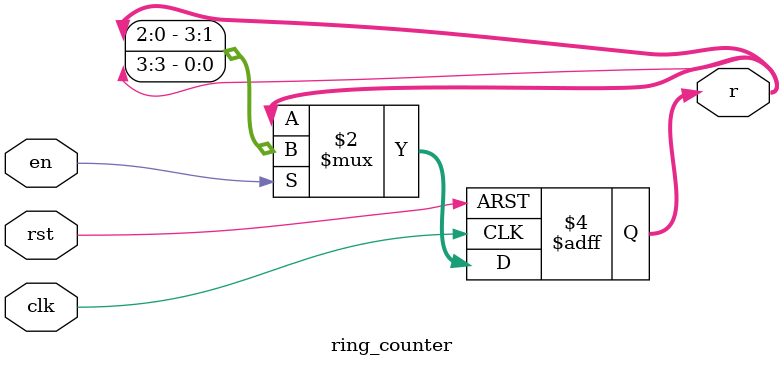
<source format=v>

`timescale 1ns/1ns

module ring_counter(clk,rst,r,en);
input clk, rst, en;
output reg [3:0] r; 
always @(posedge clk or posedge rst)begin
	if (rst)begin
		r<=4'b0001;
	end
	else if (en) begin 
		r<={r[2],r[1],r[0],r[3]};
	end
	end
endmodule

</source>
